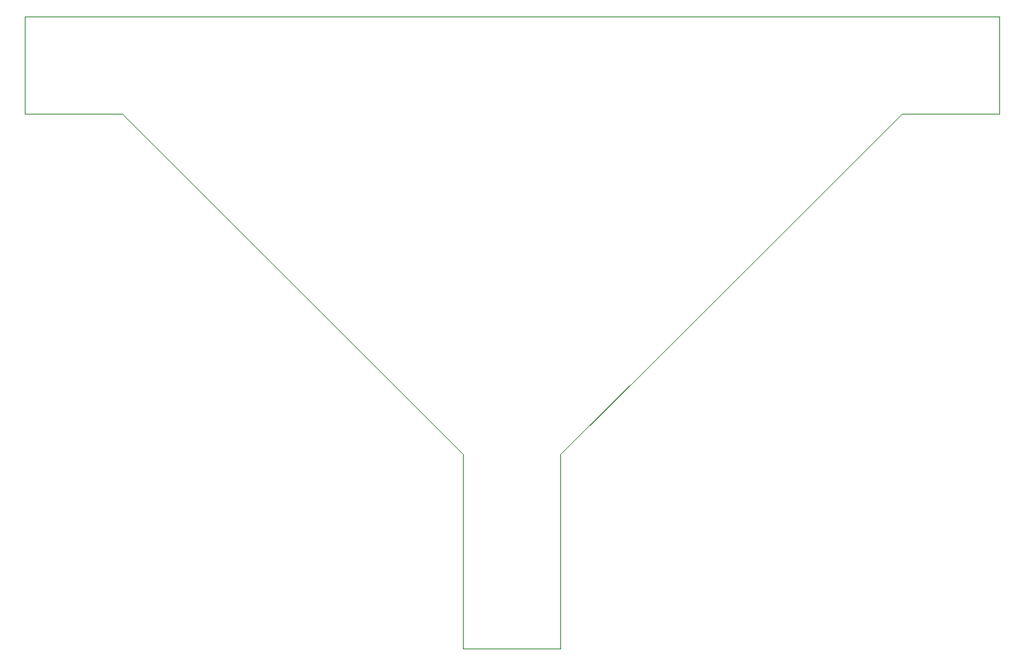
<source format=gbr>
G04 #@! TF.GenerationSoftware,KiCad,Pcbnew,(5.1.5-0-10_14)*
G04 #@! TF.CreationDate,2020-12-29T13:30:18-08:00*
G04 #@! TF.ProjectId,FakeEyes,46616b65-4579-4657-932e-6b696361645f,rev?*
G04 #@! TF.SameCoordinates,Original*
G04 #@! TF.FileFunction,Profile,NP*
%FSLAX46Y46*%
G04 Gerber Fmt 4.6, Leading zero omitted, Abs format (unit mm)*
G04 Created by KiCad (PCBNEW (5.1.5-0-10_14)) date 2020-12-29 13:30:18*
%MOMM*%
%LPD*%
G04 APERTURE LIST*
%ADD10C,0.050000*%
G04 APERTURE END LIST*
D10*
X105000000Y-105000000D02*
X105000000Y-125000000D01*
X95000000Y-95000000D02*
X105000000Y-105000000D01*
X115000000Y-105000000D02*
X125000000Y-95000000D01*
X115000000Y-125000000D02*
X115000000Y-105000000D01*
X105000000Y-125000000D02*
X115000000Y-125000000D01*
X70000000Y-70000000D02*
X95000000Y-95000000D01*
X60000000Y-70000000D02*
X70000000Y-70000000D01*
X60000000Y-60000000D02*
X60000000Y-70000000D01*
X150000000Y-70000000D02*
X125000000Y-95000000D01*
X160000000Y-70000000D02*
X150000000Y-70000000D01*
X160000000Y-60000000D02*
X160000000Y-70000000D01*
X60000000Y-60000000D02*
X160000000Y-60000000D01*
M02*

</source>
